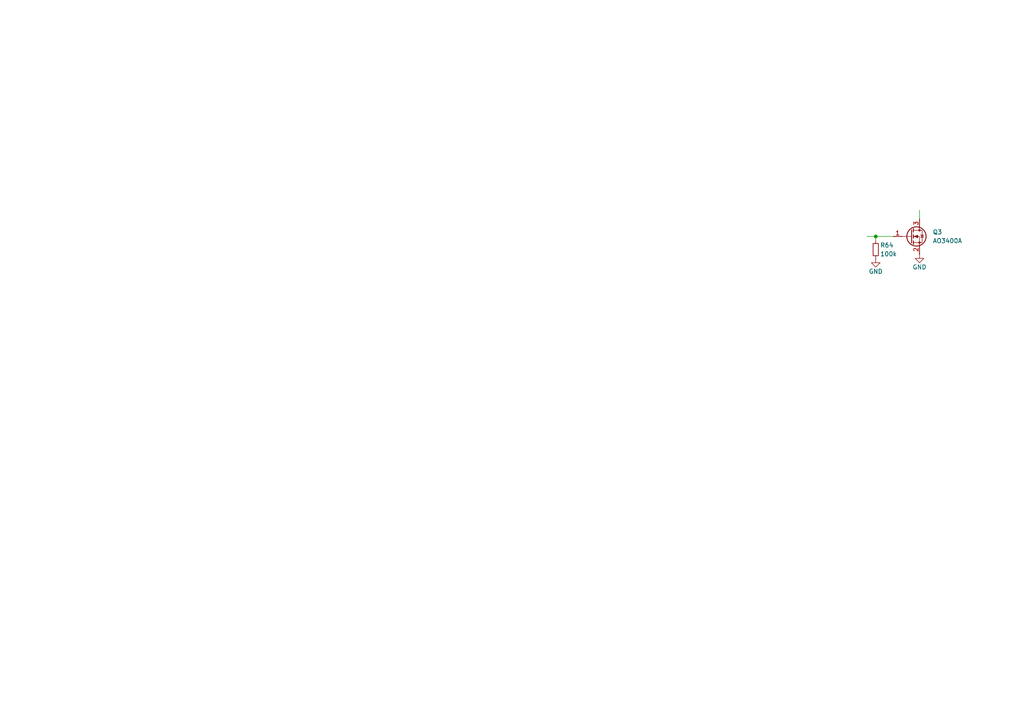
<source format=kicad_sch>
(kicad_sch (version 20250114) (generator "eeschema") (generator_version "9.0")
  (paper "A4")
  (lib_symbols
    (symbol "library:100k"
      (property "Reference" "R" (at 0.762 0.508 0))
      (property "Value" "100k" (at 0.762 -1.016 0))
      (symbol "100k_0_0"
        (rectangle (start -0.762 1.778) (end 0.762 -1.778) (stroke (width 0.2032)))
        (pin passive line (at 0 2.54 270) (length 0.762) (name "~") (number "1"))
        (pin passive line (at 0 -2.54 90) (length 0.762) (name "~") (number "2"))
      )
    )
    (symbol "library:AO3400A" (pin_names (hide yes))
      (property "Reference" "Q" (at 5.08 1.905 0))
      (property "Value" "AO3400A" (at 5.08 0 0))
      (symbol "AO3400A_0_1"
        (polyline (pts (xy 0.254 1.905) (xy 0.254 -1.905)) (stroke (width 0.254)))
        (polyline (pts (xy 0.254 0) (xy -2.54 0)))
        (polyline (pts (xy 0.762 2.286) (xy 0.762 1.27)) (stroke (width 0.254)))
        (polyline (pts (xy 0.762 0.508) (xy 0.762 -0.508)) (stroke (width 0.254)))
        (polyline (pts (xy 0.762 -1.27) (xy 0.762 -2.286)) (stroke (width 0.254)))
        (polyline (pts (xy 0.762 -1.778) (xy 3.302 -1.778) (xy 3.302 1.778) (xy 0.762 1.778)))
        (polyline (pts (xy 1.016 0) (xy 2.032 0.381) (xy 2.032 -0.381) (xy 1.016 0)) (fill (type outline)))
        (circle (center 1.651 0) (radius 2.794) (stroke (width 0.254)))
        (polyline (pts (xy 2.54 2.54) (xy 2.54 1.778)))
        (circle (center 2.54 1.778) (radius 0.254) (fill (type outline)))
        (circle (center 2.54 -1.778) (radius 0.254) (fill (type outline)))
        (polyline (pts (xy 2.54 -2.54) (xy 2.54 0) (xy 0.762 0)))
        (polyline (pts (xy 2.794 0.508) (xy 2.921 0.381) (xy 3.683 0.381) (xy 3.81 0.254)))
        (polyline (pts (xy 3.302 0.381) (xy 2.921 -0.254) (xy 3.683 -0.254) (xy 3.302 0.381)))
      )
      (symbol "AO3400A_1_1"
        (pin input line (at -5.08 0 0) (length 2.54) (name "G") (number "1"))
        (pin passive line (at 2.54 5.08 270) (length 2.54) (name "D") (number "3"))
        (pin passive line (at 2.54 -5.08 90) (length 2.54) (name "S") (number "2"))
      )
    )
    (symbol "power:GND" (power) (pin_numbers (hide yes)) (pin_names (offset 0) (hide yes))
      (property "Value" "GND" (at 0 -3.81 0))
      (symbol "GND_0_1"
        (polyline (pts (xy 0 0) (xy 0 -1.27) (xy 1.27 -1.27) (xy 0 -2.54) (xy -1.27 -1.27) (xy 0 -1.27)))
      )
      (symbol "GND_1_1"
        (pin power_in line (at 0 0 270) (length 0) (name "~") (number "1"))
      )
    )
  )
  (junction (at 254 68.58))
  (wire (pts (xy 254 68.58) (xy 259.08 68.58)))
  (wire (pts (xy 251.46 68.58) (xy 254 68.58)))
  (wire (pts (xy 266.7 60.96) (xy 266.7 63.5)))
  (wire (pts (xy 254 68.58) (xy 254 69.85)))
  (symbol (lib_id "library:100k") (at 254 72.39 0) (unit 1)
    (property "Reference" "R64" (at 255.27 71.12 0) (effects (justify left)))
    (property "Value" "100k" (at 255.27 73.66 0) (effects (justify left)))
    (property "Footprint" "library:R_0402_1005Metric" (effects (hide yes)))
    (property "Datasheet" "https://datasheet.lcsc.com/lcsc/2110260030_UNI-ROYAL-Uniroyal-Elec-0402WGF1003TCE_C25741.pdf" (effects (hide yes)))
    (property "Description" "1% 1 16W Thick Film Resistors 50V   100ppm    -55    155   100k   0402 Chip Resistor - Surface Mount ROHS" (effects (hide yes)))
    (property "LCSC" "C25741" (effects (hide yes)))
    (property "MFG" "UNI-ROYAL(Uniroyal Elec)" (effects (hide yes)))
    (property "MFGPN" "0402WGF1003TCE" (effects (hide yes)))
  )
  (symbol (lib_id "power:GND") (at 266.7 73.66 0) (unit 1)
    (property "Reference" "#PWR073" (effects (hide yes)))
    (property "Value" "GND" (at 266.7 77.47 0))
    (property "Description" "Power symbol creates a global label with name \"GND\" , ground" (effects (hide yes)))
  )
  (symbol (lib_id "library:AO3400A") (at 264.16 68.58 0) (unit 1)
    (property "Reference" "Q3" (at 270.51 67.3099 0) (effects (justify left)))
    (property "Value" "AO3400A" (at 270.51 69.8499 0) (effects (justify left)))
    (property "Footprint" "library:SOT-23-GSD" (effects (hide yes)))
    (property "Datasheet" "https://www.onsemi.com/pub/Collateral/BSS138-D.PDF" (effects (hide yes)))
    (property "Description" "30V Vds, 5.7A Id, N-Channel MOSFET, SOT-23" (effects (hide yes)))
    (property "LCSC" "C20917" (effects (hide yes)))
  )
  (symbol (lib_id "power:GND") (at 254 74.93 0) (unit 1)
    (property "Reference" "#PWR070" (effects (hide yes)))
    (property "Value" "GND" (at 254 78.74 0))
    (property "Description" "Power symbol creates a global label with name \"GND\" , ground" (effects (hide yes)))
  )
)
</source>
